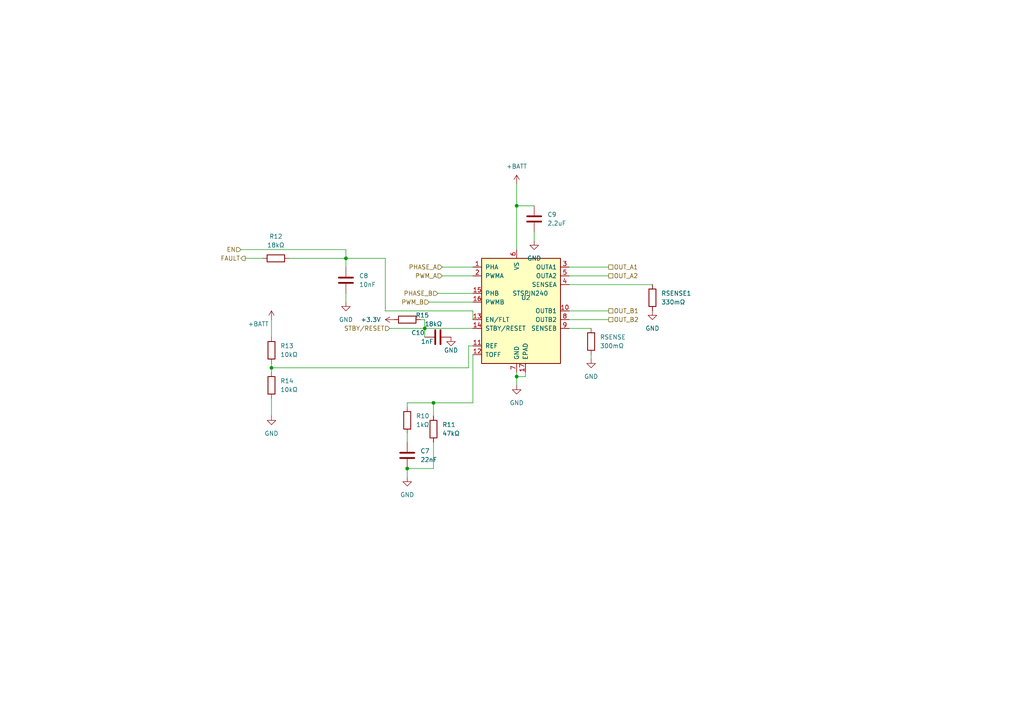
<source format=kicad_sch>
(kicad_sch (version 20230121) (generator eeschema)
  (paper "A4")
  (lib_symbols
    (symbol "Device:C" (pin_numbers hide) (pin_names (offset 0.254))
      (property "Reference" "C" (at 0.635 2.54 0))
      (property "Value" "C" (at 0.635 -2.54 0))
      (symbol "C_0_1"
        (polyline (pts (xy -2.032 -0.762) (xy 2.032 -0.762)) (stroke (width 0.508)))
        (polyline (pts (xy -2.032 0.762) (xy 2.032 0.762)) (stroke (width 0.508)))
      )
      (symbol "C_1_1"
        (pin passive line (at 0 3.81 270) (length 2.794) (name "~") (number "1"))
        (pin passive line (at 0 -3.81 90) (length 2.794) (name "~") (number "2"))
      )
    )
    (symbol "Device:R" (pin_numbers hide) (pin_names (offset 0))
      (property "Reference" "R" (at 2.032 0 90))
      (property "Value" "R" (at 0 0 90))
      (symbol "R_0_1"
        (rectangle (start -1.016 -2.54) (end 1.016 2.54) (stroke (width 0.254)))
      )
      (symbol "R_1_1"
        (pin passive line (at 0 3.81 270) (length 1.27) (name "~") (number "1"))
        (pin passive line (at 0 -3.81 90) (length 1.27) (name "~") (number "2"))
      )
    )
    (symbol "Driver_Motor:STSPIN240" (pin_names (offset 1.016))
      (property "Reference" "U" (at -10.16 16.51 0))
      (property "Value" "STSPIN240" (at 5.08 16.51 0))
      (symbol "STSPIN240_0_1"
        (rectangle (start -10.16 15.24) (end 12.7 -15.24) (stroke (width 0.254)) (fill (type background)))
      )
      (symbol "STSPIN240_1_1"
        (pin input line (at -12.7 12.7 0) (length 2.54) (name "PHA") (number "1"))
        (pin power_out line (at 15.24 0 180) (length 2.54) (name "OUTB1") (number "10"))
        (pin input line (at -12.7 -10.16 0) (length 2.54) (name "REF") (number "11"))
        (pin input line (at -12.7 -12.7 0) (length 2.54) (name "TOFF") (number "12"))
        (pin bidirectional line (at -12.7 -2.54 0) (length 2.54) (name "EN/FLT") (number "13"))
        (pin input line (at -12.7 -5.08 0) (length 2.54) (name "STBY/RESET") (number "14"))
        (pin input line (at -12.7 5.08 0) (length 2.54) (name "PHB") (number "15"))
        (pin input line (at -12.7 2.54 0) (length 2.54) (name "PWMB") (number "16"))
        (pin power_in line (at 2.54 -17.78 90) (length 2.54) (name "EPAD") (number "17"))
        (pin input line (at -12.7 10.16 0) (length 2.54) (name "PWMA") (number "2"))
        (pin power_out line (at 15.24 12.7 180) (length 2.54) (name "OUTA1") (number "3"))
        (pin power_out line (at 15.24 7.62 180) (length 2.54) (name "SENSEA") (number "4"))
        (pin power_out line (at 15.24 10.16 180) (length 2.54) (name "OUTA2") (number "5"))
        (pin power_in line (at 0 17.78 270) (length 2.54) (name "VS") (number "6"))
        (pin power_in line (at 0 -17.78 90) (length 2.54) (name "GND") (number "7"))
        (pin power_out line (at 15.24 -2.54 180) (length 2.54) (name "OUTB2") (number "8"))
        (pin power_out line (at 15.24 -5.08 180) (length 2.54) (name "SENSEB") (number "9"))
      )
    )
    (symbol "power:+3.3V" (power) (pin_names (offset 0))
      (property "Value" "+3.3V" (at 0 3.556 0))
      (symbol "+3.3V_0_1"
        (polyline (pts (xy -0.762 1.27) (xy 0 2.54)))
        (polyline (pts (xy 0 0) (xy 0 2.54)))
        (polyline (pts (xy 0 2.54) (xy 0.762 1.27)))
      )
      (symbol "+3.3V_1_1"
        (pin power_in line (at 0 0 90) (length 0) hide (name "+3.3V") (number "1"))
      )
    )
    (symbol "power:+BATT" (power) (pin_names (offset 0))
      (property "Value" "+BATT" (at 0 3.556 0))
      (symbol "+BATT_0_1"
        (polyline (pts (xy -0.762 1.27) (xy 0 2.54)))
        (polyline (pts (xy 0 0) (xy 0 2.54)))
        (polyline (pts (xy 0 2.54) (xy 0.762 1.27)))
      )
      (symbol "+BATT_1_1"
        (pin power_in line (at 0 0 90) (length 0) hide (name "+BATT") (number "1"))
      )
    )
    (symbol "power:GND" (power) (pin_names (offset 0))
      (property "Value" "GND" (at 0 -3.81 0))
      (symbol "GND_0_1"
        (polyline (pts (xy 0 0) (xy 0 -1.27) (xy 1.27 -1.27) (xy 0 -2.54) (xy -1.27 -1.27) (xy 0 -1.27)))
      )
      (symbol "GND_1_1"
        (pin power_in line (at 0 0 270) (length 0) hide (name "GND") (number "1"))
      )
    )
  )
  (junction (at 123.19 95.25))
  (junction (at 149.86 109.22))
  (junction (at 100.33 74.93))
  (junction (at 125.73 116.84))
  (junction (at 118.11 135.89))
  (junction (at 149.86 59.69))
  (junction (at 78.74 106.68))
  (wire (pts (xy 118.11 118.11) (xy 118.11 116.84)))
  (wire (pts (xy 113.03 95.25) (xy 123.19 95.25)))
  (wire (pts (xy 165.1 92.71) (xy 176.53 92.71)))
  (wire (pts (xy 78.74 92.71) (xy 78.74 97.79)))
  (wire (pts (xy 123.19 92.71) (xy 123.19 95.25)))
  (wire (pts (xy 149.86 109.22) (xy 149.86 107.95)))
  (wire (pts (xy 125.73 128.27) (xy 125.73 135.89)))
  (wire (pts (xy 149.86 111.76) (xy 149.86 109.22)))
  (wire (pts (xy 78.74 105.41) (xy 78.74 106.68)))
  (wire (pts (xy 121.92 92.71) (xy 123.19 92.71)))
  (wire (pts (xy 165.1 90.17) (xy 176.53 90.17)))
  (wire (pts (xy 100.33 72.39) (xy 100.33 74.93)))
  (wire (pts (xy 165.1 95.25) (xy 171.45 95.25)))
  (wire (pts (xy 165.1 80.01) (xy 176.53 80.01)))
  (wire (pts (xy 123.19 95.25) (xy 137.16 95.25)))
  (wire (pts (xy 165.1 82.55) (xy 189.23 82.55)))
  (wire (pts (xy 124.46 87.63) (xy 137.16 87.63)))
  (wire (pts (xy 78.74 106.68) (xy 135.89 106.68)))
  (wire (pts (xy 171.45 102.87) (xy 171.45 104.14)))
  (wire (pts (xy 149.86 53.34) (xy 149.86 59.69)))
  (wire (pts (xy 100.33 74.93) (xy 100.33 77.47)))
  (wire (pts (xy 125.73 116.84) (xy 137.16 116.84)))
  (wire (pts (xy 152.4 109.22) (xy 152.4 107.95)))
  (wire (pts (xy 118.11 116.84) (xy 125.73 116.84)))
  (wire (pts (xy 118.11 135.89) (xy 118.11 138.43)))
  (wire (pts (xy 149.86 59.69) (xy 149.86 72.39)))
  (wire (pts (xy 118.11 125.73) (xy 118.11 128.27)))
  (wire (pts (xy 149.86 109.22) (xy 152.4 109.22)))
  (wire (pts (xy 78.74 115.57) (xy 78.74 120.65)))
  (wire (pts (xy 111.76 74.93) (xy 111.76 90.17)))
  (wire (pts (xy 128.27 80.01) (xy 137.16 80.01)))
  (wire (pts (xy 100.33 85.09) (xy 100.33 87.63)))
  (wire (pts (xy 100.33 74.93) (xy 83.82 74.93)))
  (wire (pts (xy 71.12 74.93) (xy 76.2 74.93)))
  (wire (pts (xy 78.74 106.68) (xy 78.74 107.95)))
  (wire (pts (xy 135.89 100.33) (xy 137.16 100.33)))
  (wire (pts (xy 100.33 74.93) (xy 111.76 74.93)))
  (wire (pts (xy 123.19 95.25) (xy 123.19 97.79)))
  (wire (pts (xy 125.73 116.84) (xy 125.73 120.65)))
  (wire (pts (xy 111.76 90.17) (xy 137.16 90.17)))
  (wire (pts (xy 125.73 135.89) (xy 118.11 135.89)))
  (wire (pts (xy 149.86 59.69) (xy 154.94 59.69)))
  (wire (pts (xy 69.85 72.39) (xy 100.33 72.39)))
  (wire (pts (xy 135.89 106.68) (xy 135.89 100.33)))
  (wire (pts (xy 137.16 116.84) (xy 137.16 102.87)))
  (wire (pts (xy 127 85.09) (xy 137.16 85.09)))
  (wire (pts (xy 137.16 90.17) (xy 137.16 92.71)))
  (wire (pts (xy 165.1 77.47) (xy 176.53 77.47)))
  (wire (pts (xy 154.94 67.31) (xy 154.94 69.85)))
  (wire (pts (xy 128.27 77.47) (xy 137.16 77.47)))
  (hierarchical_label "PHASE_A" (shape input) (at 128.27 77.47 180))
  (hierarchical_label "OUT_A2" (shape passive) (at 176.53 80.01 0))
  (hierarchical_label "PWM_A" (shape input) (at 128.27 80.01 180))
  (hierarchical_label "FAULT" (shape output) (at 71.12 74.93 180))
  (hierarchical_label "PHASE_B" (shape input) (at 127 85.09 180))
  (hierarchical_label "PWM_B" (shape input) (at 124.46 87.63 180))
  (hierarchical_label "OUT_B2" (shape passive) (at 176.53 92.71 0))
  (hierarchical_label "OUT_A1" (shape passive) (at 176.53 77.47 0))
  (hierarchical_label "OUT_B1" (shape passive) (at 176.53 90.17 0))
  (hierarchical_label "STBY{slash}RESET" (shape input) (at 113.03 95.25 180))
  (hierarchical_label "EN" (shape input) (at 69.85 72.39 180))
  (symbol (lib_id "Device:R") (at 118.11 121.92 0) (unit 1)
    (property "Reference" "R10" (at 120.65 120.65 0) (effects (justify left)))
    (property "Value" "1kΩ" (at 120.65 123.19 0) (effects (justify left)))
    (property "Footprint" "Resistor_SMD:R_0603_1608Metric" (effects hide))
  )
  (symbol (lib_id "Device:C") (at 154.94 63.5 0) (unit 1)
    (property "Reference" "C9" (at 158.75 62.23 0) (effects (justify left)))
    (property "Value" "2.2uF" (at 158.75 64.77 0) (effects (justify left)))
    (property "Footprint" "Capacitor_SMD:C_0603_1608Metric" (effects hide))
  )
  (symbol (lib_id "Device:C") (at 100.33 81.28 0) (unit 1)
    (property "Reference" "C8" (at 104.14 80.01 0) (effects (justify left)))
    (property "Value" "10nF" (at 104.14 82.55 0) (effects (justify left)))
    (property "Footprint" "Capacitor_SMD:C_0603_1608Metric" (effects hide))
  )
  (symbol (lib_id "Device:R") (at 189.23 86.36 0) (unit 1)
    (property "Reference" "RSENSE1" (at 191.77 85.09 0) (effects (justify left)))
    (property "Value" "330mΩ" (at 191.77 87.63 0) (effects (justify left)))
    (property "Footprint" "Resistor_SMD:R_2512_6332Metric" (effects hide))
  )
  (symbol (lib_id "power:GND") (at 130.81 97.79 0) (unit 1)
    (property "Reference" "#PWR021" (effects hide))
    (property "Value" "GND" (at 130.81 101.6 0))
  )
  (symbol (lib_id "Device:C") (at 118.11 132.08 0) (unit 1)
    (property "Reference" "C7" (at 121.92 130.81 0) (effects (justify left)))
    (property "Value" "22nF" (at 121.92 133.35 0) (effects (justify left)))
    (property "Footprint" "Capacitor_SMD:C_0603_1608Metric" (effects hide))
  )
  (symbol (lib_id "power:GND") (at 189.23 90.17 0) (unit 1)
    (property "Reference" "#PWR014" (effects hide))
    (property "Value" "GND" (at 189.23 95.25 0))
  )
  (symbol (lib_id "Device:R") (at 78.74 111.76 0) (unit 1)
    (property "Reference" "R14" (at 81.28 110.49 0) (effects (justify left)))
    (property "Value" "10kΩ" (at 81.28 113.03 0) (effects (justify left)))
  )
  (symbol (lib_id "Device:R") (at 118.11 92.71 90) (unit 1)
    (property "Reference" "R15" (at 124.46 91.44 90) (effects (justify left)))
    (property "Value" "18kΩ" (at 128.27 93.98 90) (effects (justify left)))
    (property "Footprint" "Resistor_SMD:R_0603_1608Metric" (effects hide))
  )
  (symbol (lib_id "Device:R") (at 80.01 74.93 90) (unit 1)
    (property "Reference" "R12" (at 80.01 68.58 90))
    (property "Value" "18kΩ" (at 80.01 71.12 90))
    (property "Footprint" "Resistor_SMD:R_0603_1608Metric" (effects hide))
  )
  (symbol (lib_id "power:GND") (at 171.45 104.14 0) (unit 1)
    (property "Reference" "#PWR013" (effects hide))
    (property "Value" "GND" (at 171.45 109.22 0))
  )
  (symbol (lib_id "Device:R") (at 125.73 124.46 0) (unit 1)
    (property "Reference" "R11" (at 128.27 123.19 0) (effects (justify left)))
    (property "Value" "47kΩ" (at 128.27 125.73 0) (effects (justify left)))
    (property "Footprint" "Resistor_SMD:R_0603_1608Metric" (effects hide))
  )
  (symbol (lib_id "power:GND") (at 118.11 138.43 0) (unit 1)
    (property "Reference" "#PWR016" (effects hide))
    (property "Value" "GND" (at 118.11 143.51 0))
  )
  (symbol (lib_id "power:GND") (at 78.74 120.65 0) (unit 1)
    (property "Reference" "#PWR015" (effects hide))
    (property "Value" "GND" (at 78.74 125.73 0))
  )
  (symbol (lib_id "power:+3.3V") (at 114.3 92.71 90) (unit 1)
    (property "Reference" "#PWR022" (effects hide))
    (property "Value" "+3.3V" (at 110.49 92.71 90) (effects (justify left)))
  )
  (symbol (lib_id "Device:R") (at 171.45 99.06 0) (unit 1)
    (property "Reference" "RSENSE" (at 173.99 97.79 0) (effects (justify left)))
    (property "Value" "300mΩ" (at 173.99 100.33 0) (effects (justify left)))
    (property "Footprint" "Resistor_SMD:R_2512_6332Metric" (effects hide))
  )
  (symbol (lib_id "Device:C") (at 127 97.79 90) (unit 1)
    (property "Reference" "C10" (at 123.19 96.52 90) (effects (justify left)))
    (property "Value" "1nF" (at 125.73 99.06 90) (effects (justify left)))
    (property "Footprint" "Capacitor_SMD:C_0603_1608Metric" (effects hide))
  )
  (symbol (lib_id "power:GND") (at 154.94 69.85 0) (unit 1)
    (property "Reference" "#PWR011" (effects hide))
    (property "Value" "GND" (at 154.94 74.93 0))
  )
  (symbol (lib_id "power:GND") (at 100.33 87.63 0) (unit 1)
    (property "Reference" "#PWR017" (effects hide))
    (property "Value" "GND" (at 100.33 92.71 0))
  )
  (symbol (lib_id "power:+BATT") (at 149.86 53.34 0) (unit 1)
    (property "Reference" "#PWR010" (effects hide))
    (property "Value" "+BATT" (at 149.86 48.26 0))
  )
  (symbol (lib_id "power:GND") (at 149.86 111.76 0) (unit 1)
    (property "Reference" "#PWR012" (effects hide))
    (property "Value" "GND" (at 149.86 116.84 0))
  )
  (symbol (lib_id "power:+BATT") (at 78.74 92.71 0) (unit 1)
    (property "Reference" "#PWR020" (effects hide))
    (property "Value" "+BATT" (at 74.93 93.98 0))
  )
  (symbol (lib_id "Driver_Motor:STSPIN240") (at 149.86 90.17 0) (unit 1)
    (property "Reference" "U2" (at 151.13 86.36 0) (effects (justify left)))
    (property "Value" "STSPIN240" (at 148.59 85.09 0) (effects (justify left)))
    (property "Footprint" "Package_DFN_QFN:VQFN-16-1EP_3x3mm_P0.5mm_EP1.8x1.8mm" (effects hide))
    (property "Datasheet" "www.st.com/resource/en/datasheet/stspin240.pdf" (effects hide))
  )
  (symbol (lib_id "Device:R") (at 78.74 101.6 0) (unit 1)
    (property "Reference" "R13" (at 81.28 100.33 0) (effects (justify left)))
    (property "Value" "10kΩ" (at 81.28 102.87 0) (effects (justify left)))
  )
)
</source>
